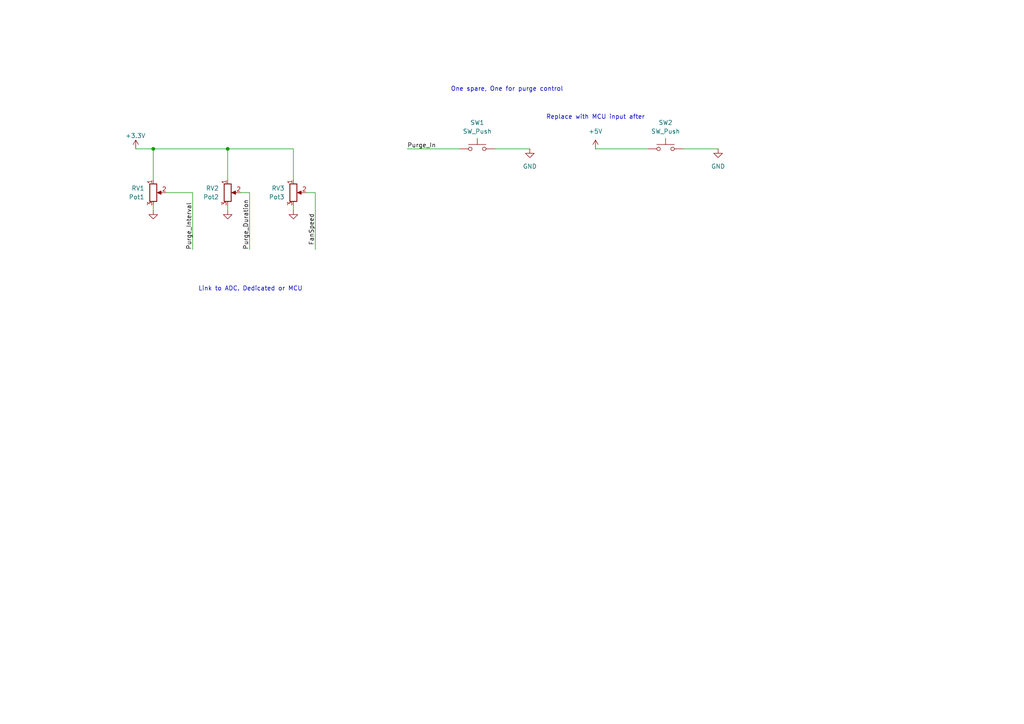
<source format=kicad_sch>
(kicad_sch (version 20231120) (generator "eeschema") (generator_version "8.0")
  (paper "A4")
  (lib_symbols
    (symbol "Device:R_Potentiometer" (pin_names (offset 1.016) hide)
      (property "Reference" "RV" (at -4.445 0 90))
      (property "Value" "R_Potentiometer" (at -2.54 0 90))
      (symbol "R_Potentiometer_0_1"
        (polyline (pts (xy 2.54 0) (xy 1.524 0)))
        (polyline (pts (xy 1.143 0) (xy 2.286 0.508) (xy 2.286 -0.508) (xy 1.143 0)) (fill (type outline)))
        (rectangle (start 1.016 2.54) (end -1.016 -2.54) (stroke (width 0.254)))
      )
      (symbol "R_Potentiometer_1_1"
        (pin passive line (at 0 3.81 270) (length 1.27) (name "1") (number "1"))
        (pin passive line (at 3.81 0 180) (length 1.27) (name "2") (number "2"))
        (pin passive line (at 0 -3.81 90) (length 1.27) (name "3") (number "3"))
      )
    )
    (symbol "Switch:SW_Push" (pin_numbers hide) (pin_names (offset 1.016) hide)
      (property "Reference" "SW" (at 1.27 2.54 0))
      (property "Value" "SW_Push" (at 0 -1.524 0))
      (symbol "SW_Push_0_1"
        (circle (center -2.032 0) (radius 0.508))
        (polyline (pts (xy 0 1.27) (xy 0 3.048)))
        (polyline (pts (xy 2.54 1.27) (xy -2.54 1.27)))
        (circle (center 2.032 0) (radius 0.508))
        (pin passive line (at -5.08 0 0) (length 2.54) (name "1") (number "1"))
        (pin passive line (at 5.08 0 180) (length 2.54) (name "2") (number "2"))
      )
    )
    (symbol "power:+5V" (power) (pin_numbers hide) (pin_names (offset 0) hide)
      (property "Value" "+5V" (at 0 3.556 0))
      (symbol "+5V_0_1"
        (polyline (pts (xy -0.762 1.27) (xy 0 2.54)))
        (polyline (pts (xy 0 0) (xy 0 2.54)))
        (polyline (pts (xy 0 2.54) (xy 0.762 1.27)))
      )
      (symbol "+5V_1_1"
        (pin power_in line (at 0 0 90) (length 0) (name "~") (number "1"))
      )
    )
    (symbol "power:GND" (power) (pin_numbers hide) (pin_names (offset 0) hide)
      (property "Value" "GND" (at 0 -3.81 0))
      (symbol "GND_0_1"
        (polyline (pts (xy 0 0) (xy 0 -1.27) (xy 1.27 -1.27) (xy 0 -2.54) (xy -1.27 -1.27) (xy 0 -1.27)))
      )
      (symbol "GND_1_1"
        (pin power_in line (at 0 0 270) (length 0) (name "~") (number "1"))
      )
    )
  )
  (junction (at 66.04 43.18))
  (junction (at 44.45 43.18))
  (wire (pts (xy 143.51 43.18) (xy 153.67 43.18)))
  (wire (pts (xy 66.04 43.18) (xy 66.04 52.07)))
  (wire (pts (xy 118.11 43.18) (xy 133.35 43.18)))
  (wire (pts (xy 72.39 55.88) (xy 72.39 72.39)))
  (wire (pts (xy 66.04 59.69) (xy 66.04 60.96)))
  (wire (pts (xy 39.37 43.18) (xy 44.45 43.18)))
  (wire (pts (xy 44.45 60.96) (xy 44.45 59.69)))
  (wire (pts (xy 44.45 43.18) (xy 66.04 43.18)))
  (wire (pts (xy 85.09 60.96) (xy 85.09 59.69)))
  (wire (pts (xy 48.26 55.88) (xy 55.88 55.88)))
  (wire (pts (xy 69.85 55.88) (xy 72.39 55.88)))
  (wire (pts (xy 172.72 43.18) (xy 187.96 43.18)))
  (wire (pts (xy 85.09 52.07) (xy 85.09 43.18)))
  (wire (pts (xy 66.04 43.18) (xy 85.09 43.18)))
  (wire (pts (xy 44.45 43.18) (xy 44.45 52.07)))
  (wire (pts (xy 198.12 43.18) (xy 208.28 43.18)))
  (wire (pts (xy 91.44 55.88) (xy 91.44 72.39)))
  (wire (pts (xy 88.9 55.88) (xy 91.44 55.88)))
  (wire (pts (xy 55.88 55.88) (xy 55.88 72.39)))
  (text "One spare, One for purge control" (at 147.066 25.908 0) (effects (font (size 1.27 1.27))))
  (text "Link to ADC. Dedicated or MCU" (at 72.644 83.82 0) (effects (font (size 1.27 1.27))))
  (text "Replace with MCU input after" (at 172.72 34.036 0) (effects (font (size 1.27 1.27))))
  (label "Purge_Interval" (at 55.88 72.39 90))
  (label "FanSpeed" (at 91.44 71.12 90))
  (label "Purge_In" (at 118.11 43.18 0))
  (label "Purge_Duration" (at 72.39 72.39 90))
  (symbol (lib_id "Device:R_Potentiometer") (at 44.45 55.88 0) (unit 1)
    (property "Reference" "RV1" (at 41.91 54.6099 0) (effects (justify right)))
    (property "Value" "Pot1" (at 41.91 57.1499 0) (effects (justify right)))
    (property "Description" "Potentiometer" (effects (hide yes)))
  )
  (symbol (lib_id "Device:R_Potentiometer") (at 85.09 55.88 0) (unit 1)
    (property "Reference" "RV3" (at 82.55 54.6099 0) (effects (justify right)))
    (property "Value" "Pot3" (at 82.55 57.1499 0) (effects (justify right)))
    (property "Description" "Potentiometer" (effects (hide yes)))
  )
  (symbol (lib_id "power:+5V") (at 39.37 43.18 0) (unit 1)
    (property "Reference" "#PWR01" (effects (hide yes)))
    (property "Value" "+3.3V" (at 36.322 39.37 0) (effects (justify left)))
    (property "Description" "Power symbol creates a global label with name \"+5V\"" (effects (hide yes)))
  )
  (symbol (lib_id "power:GND") (at 208.28 43.18 0) (unit 1)
    (property "Reference" "#PWR013" (effects (hide yes)))
    (property "Value" "GND" (at 208.28 48.26 0))
    (property "Description" "Power symbol creates a global label with name \"GND\" , ground" (effects (hide yes)))
  )
  (symbol (lib_id "power:GND") (at 153.67 43.18 0) (unit 1)
    (property "Reference" "#PWR04" (effects (hide yes)))
    (property "Value" "GND" (at 153.67 48.26 0))
    (property "Description" "Power symbol creates a global label with name \"GND\" , ground" (effects (hide yes)))
  )
  (symbol (lib_id "power:+5V") (at 172.72 43.18 0) (unit 1)
    (property "Reference" "#PWR012" (effects (hide yes)))
    (property "Value" "+5V" (at 172.72 38.1 0))
    (property "Description" "Power symbol creates a global label with name \"+5V\"" (effects (hide yes)))
  )
  (symbol (lib_id "power:GND") (at 85.09 60.96 0) (unit 1)
    (property "Reference" "#PWR05" (effects (hide yes)))
    (property "Value" "GND" (effects (hide yes)))
    (property "Description" "Power symbol creates a global label with name \"GND\" , ground" (effects (hide yes)))
  )
  (symbol (lib_id "Switch:SW_Push") (at 138.43 43.18 0) (unit 1)
    (property "Reference" "SW1" (at 138.43 35.56 0))
    (property "Value" "SW_Push" (at 138.43 38.1 0))
    (property "Description" "Push button switch, generic, two pins" (effects (hide yes)))
  )
  (symbol (lib_id "Device:R_Potentiometer") (at 66.04 55.88 0) (unit 1)
    (property "Reference" "RV2" (at 63.5 54.6099 0) (effects (justify right)))
    (property "Value" "Pot2" (at 63.5 57.1499 0) (effects (justify right)))
    (property "Description" "Potentiometer" (effects (hide yes)))
  )
  (symbol (lib_id "power:GND") (at 66.04 60.96 0) (unit 1)
    (property "Reference" "#PWR02" (effects (hide yes)))
    (property "Value" "GND" (effects (hide yes)))
    (property "Description" "Power symbol creates a global label with name \"GND\" , ground" (effects (hide yes)))
  )
  (symbol (lib_id "Switch:SW_Push") (at 193.04 43.18 0) (unit 1)
    (property "Reference" "SW2" (at 193.04 35.56 0))
    (property "Value" "SW_Push" (at 193.04 38.1 0))
    (property "Description" "Push button switch, generic, two pins" (effects (hide yes)))
  )
  (symbol (lib_id "power:GND") (at 44.45 60.96 0) (unit 1)
    (property "Reference" "#PWR06" (effects (hide yes)))
    (property "Value" "GND" (effects (hide yes)))
    (property "Description" "Power symbol creates a global label with name \"GND\" , ground" (effects (hide yes)))
  )
)
</source>
